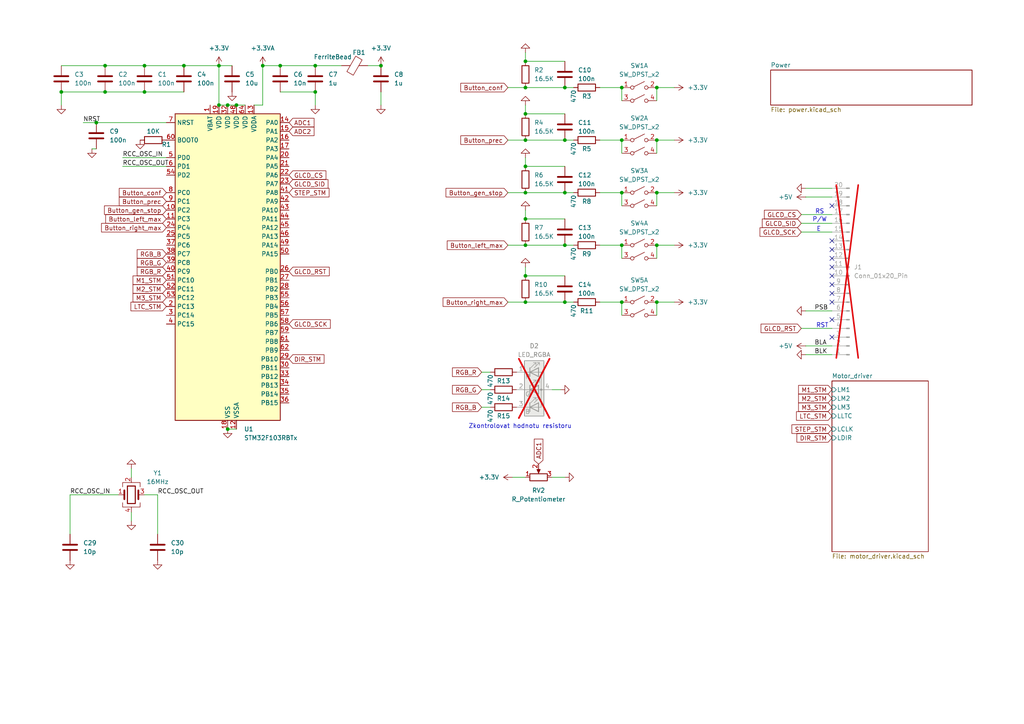
<source format=kicad_sch>
(kicad_sch (version 20231120) (generator "eeschema") (generator_version "8.0")
  (paper "A4")
  (lib_symbols
    (symbol "+3.3V_1" (power) (pin_numbers hide) (pin_names (offset 0) hide)
      (property "Value" "+3.3V" (at 0 3.556 0))
      (symbol "+3.3V_1_0_1"
        (polyline (pts (xy -0.762 1.27) (xy 0 2.54)))
        (polyline (pts (xy 0 0) (xy 0 2.54)))
        (polyline (pts (xy 0 2.54) (xy 0.762 1.27)))
      )
      (symbol "+3.3V_1_1_1"
        (pin power_in line (at 0 0 90) (length 0) (name "~") (number "1"))
      )
    )
    (symbol "+5V_1" (power) (pin_numbers hide) (pin_names (offset 0) hide)
      (property "Value" "+5V" (at 0 3.556 0))
      (symbol "+5V_1_0_1"
        (polyline (pts (xy -0.762 1.27) (xy 0 2.54)))
        (polyline (pts (xy 0 0) (xy 0 2.54)))
        (polyline (pts (xy 0 2.54) (xy 0.762 1.27)))
      )
      (symbol "+5V_1_1_1"
        (pin power_in line (at 0 0 90) (length 0) (name "~") (number "1"))
      )
    )
    (symbol "Connector:Conn_01x20_Pin" (pin_names (offset 1.016) hide)
      (property "Reference" "J" (at 0 25.4 0))
      (property "Value" "Conn_01x20_Pin" (at 0 -27.94 0))
      (symbol "Conn_01x20_Pin_1_1"
        (polyline (pts (xy 1.27 -25.4) (xy 0.8636 -25.4)) (stroke (width 0.1524)))
        (polyline (pts (xy 1.27 -22.86) (xy 0.8636 -22.86)) (stroke (width 0.1524)))
        (polyline (pts (xy 1.27 -20.32) (xy 0.8636 -20.32)) (stroke (width 0.1524)))
        (polyline (pts (xy 1.27 -17.78) (xy 0.8636 -17.78)) (stroke (width 0.1524)))
        (polyline (pts (xy 1.27 -15.24) (xy 0.8636 -15.24)) (stroke (width 0.1524)))
        (polyline (pts (xy 1.27 -12.7) (xy 0.8636 -12.7)) (stroke (width 0.1524)))
        (polyline (pts (xy 1.27 -10.16) (xy 0.8636 -10.16)) (stroke (width 0.1524)))
        (polyline (pts (xy 1.27 -7.62) (xy 0.8636 -7.62)) (stroke (width 0.1524)))
        (polyline (pts (xy 1.27 -5.08) (xy 0.8636 -5.08)) (stroke (width 0.1524)))
        (polyline (pts (xy 1.27 -2.54) (xy 0.8636 -2.54)) (stroke (width 0.1524)))
        (polyline (pts (xy 1.27 0) (xy 0.8636 0)) (stroke (width 0.1524)))
        (polyline (pts (xy 1.27 2.54) (xy 0.8636 2.54)) (stroke (width 0.1524)))
        (polyline (pts (xy 1.27 5.08) (xy 0.8636 5.08)) (stroke (width 0.1524)))
        (polyline (pts (xy 1.27 7.62) (xy 0.8636 7.62)) (stroke (width 0.1524)))
        (polyline (pts (xy 1.27 10.16) (xy 0.8636 10.16)) (stroke (width 0.1524)))
        (polyline (pts (xy 1.27 12.7) (xy 0.8636 12.7)) (stroke (width 0.1524)))
        (polyline (pts (xy 1.27 15.24) (xy 0.8636 15.24)) (stroke (width 0.1524)))
        (polyline (pts (xy 1.27 17.78) (xy 0.8636 17.78)) (stroke (width 0.1524)))
        (polyline (pts (xy 1.27 20.32) (xy 0.8636 20.32)) (stroke (width 0.1524)))
        (polyline (pts (xy 1.27 22.86) (xy 0.8636 22.86)) (stroke (width 0.1524)))
        (rectangle (start 0.8636 -25.273) (end 0 -25.527) (stroke (width 0.1524)) (fill (type outline)))
        (rectangle (start 0.8636 -22.733) (end 0 -22.987) (stroke (width 0.1524)) (fill (type outline)))
        (rectangle (start 0.8636 -20.193) (end 0 -20.447) (stroke (width 0.1524)) (fill (type outline)))
        (rectangle (start 0.8636 -17.653) (end 0 -17.907) (stroke (width 0.1524)) (fill (type outline)))
        (rectangle (start 0.8636 -15.113) (end 0 -15.367) (stroke (width 0.1524)) (fill (type outline)))
        (rectangle (start 0.8636 -12.573) (end 0 -12.827) (stroke (width 0.1524)) (fill (type outline)))
        (rectangle (start 0.8636 -10.033) (end 0 -10.287) (stroke (width 0.1524)) (fill (type outline)))
        (rectangle (start 0.8636 -7.493) (end 0 -7.747) (stroke (width 0.1524)) (fill (type outline)))
        (rectangle (start 0.8636 -4.953) (end 0 -5.207) (stroke (width 0.1524)) (fill (type outline)))
        (rectangle (start 0.8636 -2.413) (end 0 -2.667) (stroke (width 0.1524)) (fill (type outline)))
        (rectangle (start 0.8636 0.127) (end 0 -0.127) (stroke (width 0.1524)) (fill (type outline)))
        (rectangle (start 0.8636 2.667) (end 0 2.413) (stroke (width 0.1524)) (fill (type outline)))
        (rectangle (start 0.8636 5.207) (end 0 4.953) (stroke (width 0.1524)) (fill (type outline)))
        (rectangle (start 0.8636 7.747) (end 0 7.493) (stroke (width 0.1524)) (fill (type outline)))
        (rectangle (start 0.8636 10.287) (end 0 10.033) (stroke (width 0.1524)) (fill (type outline)))
        (rectangle (start 0.8636 12.827) (end 0 12.573) (stroke (width 0.1524)) (fill (type outline)))
        (rectangle (start 0.8636 15.367) (end 0 15.113) (stroke (width 0.1524)) (fill (type outline)))
        (rectangle (start 0.8636 17.907) (end 0 17.653) (stroke (width 0.1524)) (fill (type outline)))
        (rectangle (start 0.8636 20.447) (end 0 20.193) (stroke (width 0.1524)) (fill (type outline)))
        (rectangle (start 0.8636 22.987) (end 0 22.733) (stroke (width 0.1524)) (fill (type outline)))
        (pin passive line (at 5.08 22.86 180) (length 3.81) (name "Pin_1") (number "1"))
        (pin passive line (at 5.08 0 180) (length 3.81) (name "Pin_10") (number "10"))
        (pin passive line (at 5.08 -2.54 180) (length 3.81) (name "Pin_11") (number "11"))
        (pin passive line (at 5.08 -5.08 180) (length 3.81) (name "Pin_12") (number "12"))
        (pin passive line (at 5.08 -7.62 180) (length 3.81) (name "Pin_13") (number "13"))
        (pin passive line (at 5.08 -10.16 180) (length 3.81) (name "Pin_14") (number "14"))
        (pin passive line (at 5.08 -12.7 180) (length 3.81) (name "Pin_15") (number "15"))
        (pin passive line (at 5.08 -15.24 180) (length 3.81) (name "Pin_16") (number "16"))
        (pin passive line (at 5.08 -17.78 180) (length 3.81) (name "Pin_17") (number "17"))
        (pin passive line (at 5.08 -20.32 180) (length 3.81) (name "Pin_18") (number "18"))
        (pin passive line (at 5.08 -22.86 180) (length 3.81) (name "Pin_19") (number "19"))
        (pin passive line (at 5.08 20.32 180) (length 3.81) (name "Pin_2") (number "2"))
        (pin passive line (at 5.08 -25.4 180) (length 3.81) (name "Pin_20") (number "20"))
        (pin passive line (at 5.08 17.78 180) (length 3.81) (name "Pin_3") (number "3"))
        (pin passive line (at 5.08 15.24 180) (length 3.81) (name "Pin_4") (number "4"))
        (pin passive line (at 5.08 12.7 180) (length 3.81) (name "Pin_5") (number "5"))
        (pin passive line (at 5.08 10.16 180) (length 3.81) (name "Pin_6") (number "6"))
        (pin passive line (at 5.08 7.62 180) (length 3.81) (name "Pin_7") (number "7"))
        (pin passive line (at 5.08 5.08 180) (length 3.81) (name "Pin_8") (number "8"))
        (pin passive line (at 5.08 2.54 180) (length 3.81) (name "Pin_9") (number "9"))
      )
    )
    (symbol "Device:C" (pin_numbers hide) (pin_names (offset 0.254))
      (property "Reference" "C" (at 0.635 2.54 0))
      (property "Value" "C" (at 0.635 -2.54 0))
      (symbol "C_0_1"
        (polyline (pts (xy -2.032 -0.762) (xy 2.032 -0.762)) (stroke (width 0.508)))
        (polyline (pts (xy -2.032 0.762) (xy 2.032 0.762)) (stroke (width 0.508)))
      )
      (symbol "C_1_1"
        (pin passive line (at 0 3.81 270) (length 2.794) (name "~") (number "1"))
        (pin passive line (at 0 -3.81 90) (length 2.794) (name "~") (number "2"))
      )
    )
    (symbol "Device:Crystal_GND24" (pin_names (offset 1.016) hide)
      (property "Reference" "Y" (at 3.175 5.08 0))
      (property "Value" "Crystal_GND24" (at 3.175 3.175 0))
      (symbol "Crystal_GND24_0_1"
        (rectangle (start -1.143 2.54) (end 1.143 -2.54) (stroke (width 0.3048)))
        (polyline (pts (xy -2.54 0) (xy -2.032 0)))
        (polyline (pts (xy -2.032 -1.27) (xy -2.032 1.27)) (stroke (width 0.508)))
        (polyline (pts (xy 0 -3.81) (xy 0 -3.556)))
        (polyline (pts (xy 0 3.556) (xy 0 3.81)))
        (polyline (pts (xy 2.032 -1.27) (xy 2.032 1.27)) (stroke (width 0.508)))
        (polyline (pts (xy 2.032 0) (xy 2.54 0)))
        (polyline (pts (xy -2.54 -2.286) (xy -2.54 -3.556) (xy 2.54 -3.556) (xy 2.54 -2.286)))
        (polyline (pts (xy -2.54 2.286) (xy -2.54 3.556) (xy 2.54 3.556) (xy 2.54 2.286)))
      )
      (symbol "Crystal_GND24_1_1"
        (pin passive line (at -3.81 0 0) (length 1.27) (name "1") (number "1"))
        (pin passive line (at 0 5.08 270) (length 1.27) (name "2") (number "2"))
        (pin passive line (at 3.81 0 180) (length 1.27) (name "3") (number "3"))
        (pin passive line (at 0 -5.08 90) (length 1.27) (name "4") (number "4"))
      )
    )
    (symbol "Device:FerriteBead" (pin_numbers hide) (pin_names (offset 0))
      (property "Reference" "FB" (at -3.81 0.635 90))
      (property "Value" "FerriteBead" (at 3.81 0 90))
      (symbol "FerriteBead_0_1"
        (polyline (pts (xy 0 -1.27) (xy 0 -1.2192)))
        (polyline (pts (xy 0 1.27) (xy 0 1.2954)))
        (polyline (pts (xy -2.7686 0.4064) (xy -1.7018 2.2606) (xy 2.7686 -0.3048) (xy 1.6764 -2.159) (xy -2.7686 0.4064)))
      )
      (symbol "FerriteBead_1_1"
        (pin passive line (at 0 3.81 270) (length 2.54) (name "~") (number "1"))
        (pin passive line (at 0 -3.81 90) (length 2.54) (name "~") (number "2"))
      )
    )
    (symbol "Device:LED_RGBA" (pin_names (offset 0) hide)
      (property "Reference" "D" (at 0 9.398 0))
      (property "Value" "LED_RGBA" (at 0 -8.89 0))
      (symbol "LED_RGBA_0_0"
        (text "B" (at -1.905 -6.35 0) (effects (font (size 1.27 1.27))))
        (text "G" (at -1.905 -1.27 0) (effects (font (size 1.27 1.27))))
        (text "R" (at -1.905 3.81 0) (effects (font (size 1.27 1.27))))
      )
      (symbol "LED_RGBA_0_1"
        (polyline (pts (xy -1.27 -5.08) (xy -2.54 -5.08)))
        (polyline (pts (xy -1.27 -5.08) (xy 1.27 -5.08)))
        (polyline (pts (xy -1.27 -3.81) (xy -1.27 -6.35)) (stroke (width 0.254)))
        (polyline (pts (xy -1.27 0) (xy -2.54 0)))
        (polyline (pts (xy -1.27 1.27) (xy -1.27 -1.27)) (stroke (width 0.254)))
        (polyline (pts (xy -1.27 5.08) (xy -2.54 5.08)))
        (polyline (pts (xy -1.27 5.08) (xy 1.27 5.08)))
        (polyline (pts (xy -1.27 6.35) (xy -1.27 3.81)) (stroke (width 0.254)))
        (polyline (pts (xy 1.27 0) (xy -1.27 0)))
        (polyline (pts (xy 1.27 0) (xy 2.54 0)))
        (polyline (pts (xy -1.27 1.27) (xy -1.27 -1.27) (xy -1.27 -1.27)))
        (polyline (pts (xy -1.27 6.35) (xy -1.27 3.81) (xy -1.27 3.81)))
        (polyline (pts (xy 1.27 -5.08) (xy 2.032 -5.08) (xy 2.032 5.08) (xy 1.27 5.08)))
        (polyline (pts (xy 1.27 -3.81) (xy 1.27 -6.35) (xy -1.27 -5.08) (xy 1.27 -3.81)) (stroke (width 0.254)))
        (polyline (pts (xy 1.27 1.27) (xy 1.27 -1.27) (xy -1.27 0) (xy 1.27 1.27)) (stroke (width 0.254)))
        (polyline (pts (xy 1.27 6.35) (xy 1.27 3.81) (xy -1.27 5.08) (xy 1.27 6.35)) (stroke (width 0.254)))
        (polyline (pts (xy -1.016 -3.81) (xy 0.508 -2.286) (xy -0.254 -2.286) (xy 0.508 -2.286) (xy 0.508 -3.048)))
        (polyline (pts (xy -1.016 1.27) (xy 0.508 2.794) (xy -0.254 2.794) (xy 0.508 2.794) (xy 0.508 2.032)))
        (polyline (pts (xy -1.016 6.35) (xy 0.508 7.874) (xy -0.254 7.874) (xy 0.508 7.874) (xy 0.508 7.112)))
        (polyline (pts (xy 0 -3.81) (xy 1.524 -2.286) (xy 0.762 -2.286) (xy 1.524 -2.286) (xy 1.524 -3.048)))
        (polyline (pts (xy 0 1.27) (xy 1.524 2.794) (xy 0.762 2.794) (xy 1.524 2.794) (xy 1.524 2.032)))
        (polyline (pts (xy 0 6.35) (xy 1.524 7.874) (xy 0.762 7.874) (xy 1.524 7.874) (xy 1.524 7.112)))
        (rectangle (start 1.27 -1.27) (end 1.27 1.27))
        (rectangle (start 1.27 1.27) (end 1.27 1.27))
        (rectangle (start 1.27 3.81) (end 1.27 6.35))
        (rectangle (start 1.27 6.35) (end 1.27 6.35))
        (circle (center 2.032 0) (radius 0.254) (fill (type outline)))
        (rectangle (start 2.794 8.382) (end -2.794 -7.62) (stroke (width 0.254)) (fill (type background)))
      )
      (symbol "LED_RGBA_1_1"
        (pin passive line (at -5.08 5.08 0) (length 2.54) (name "RK") (number "1"))
        (pin passive line (at -5.08 0 0) (length 2.54) (name "GK") (number "2"))
        (pin passive line (at -5.08 -5.08 0) (length 2.54) (name "BK") (number "3"))
        (pin passive line (at 5.08 0 180) (length 2.54) (name "A") (number "4"))
      )
    )
    (symbol "Device:R" (pin_numbers hide) (pin_names (offset 0))
      (property "Reference" "R" (at 2.032 0 90))
      (property "Value" "R" (at 0 0 90))
      (symbol "R_0_1"
        (rectangle (start -1.016 -2.54) (end 1.016 2.54) (stroke (width 0.254)))
      )
      (symbol "R_1_1"
        (pin passive line (at 0 3.81 270) (length 1.27) (name "~") (number "1"))
        (pin passive line (at 0 -3.81 90) (length 1.27) (name "~") (number "2"))
      )
    )
    (symbol "Device:R_Potentiometer" (pin_names (offset 1.016) hide)
      (property "Reference" "RV" (at -4.445 0 90))
      (property "Value" "R_Potentiometer" (at -2.54 0 90))
      (symbol "R_Potentiometer_0_1"
        (polyline (pts (xy 2.54 0) (xy 1.524 0)))
        (polyline (pts (xy 1.143 0) (xy 2.286 0.508) (xy 2.286 -0.508) (xy 1.143 0)) (fill (type outline)))
        (rectangle (start 1.016 2.54) (end -1.016 -2.54) (stroke (width 0.254)))
      )
      (symbol "R_Potentiometer_1_1"
        (pin passive line (at 0 3.81 270) (length 1.27) (name "1") (number "1"))
        (pin passive line (at 3.81 0 180) (length 1.27) (name "2") (number "2"))
        (pin passive line (at 0 -3.81 90) (length 1.27) (name "3") (number "3"))
      )
    )
    (symbol "MCU_ST_STM32F1:STM32F103RBTx"
      (property "Reference" "U" (at -15.24 46.99 0))
      (property "Value" "STM32F103RBTx" (at 10.16 46.99 0))
      (symbol "STM32F103RBTx_0_1"
        (rectangle (start -15.24 -43.18) (end 15.24 45.72) (stroke (width 0.254)) (fill (type background)))
      )
      (symbol "STM32F103RBTx_1_1"
        (pin power_in line (at -5.08 48.26 270) (length 2.54) (name "VBAT") (number "1"))
        (pin bidirectional line (at -17.78 17.78 0) (length 2.54) (name "PC2") (number "10"))
        (pin bidirectional line (at -17.78 15.24 0) (length 2.54) (name "PC3") (number "11"))
        (pin power_in line (at 2.54 -45.72 90) (length 2.54) (name "VSSA") (number "12"))
        (pin power_in line (at 7.62 48.26 270) (length 2.54) (name "VDDA") (number "13"))
        (pin bidirectional line (at 17.78 43.18 180) (length 2.54) (name "PA0") (number "14"))
        (pin bidirectional line (at 17.78 40.64 180) (length 2.54) (name "PA1") (number "15"))
        (pin bidirectional line (at 17.78 38.1 180) (length 2.54) (name "PA2") (number "16"))
        (pin bidirectional line (at 17.78 35.56 180) (length 2.54) (name "PA3") (number "17"))
        (pin power_in line (at 0 -45.72 90) (length 2.54) (name "VSS") (number "18"))
        (pin power_in line (at -2.54 48.26 270) (length 2.54) (name "VDD") (number "19"))
        (pin bidirectional line (at -17.78 -10.16 0) (length 2.54) (name "PC13") (number "2"))
        (pin bidirectional line (at 17.78 33.02 180) (length 2.54) (name "PA4") (number "20"))
        (pin bidirectional line (at 17.78 30.48 180) (length 2.54) (name "PA5") (number "21"))
        (pin bidirectional line (at 17.78 27.94 180) (length 2.54) (name "PA6") (number "22"))
        (pin bidirectional line (at 17.78 25.4 180) (length 2.54) (name "PA7") (number "23"))
        (pin bidirectional line (at -17.78 12.7 0) (length 2.54) (name "PC4") (number "24"))
        (pin bidirectional line (at -17.78 10.16 0) (length 2.54) (name "PC5") (number "25"))
        (pin bidirectional line (at 17.78 0 180) (length 2.54) (name "PB0") (number "26"))
        (pin bidirectional line (at 17.78 -2.54 180) (length 2.54) (name "PB1") (number "27"))
        (pin bidirectional line (at 17.78 -5.08 180) (length 2.54) (name "PB2") (number "28"))
        (pin bidirectional line (at 17.78 -25.4 180) (length 2.54) (name "PB10") (number "29"))
        (pin bidirectional line (at -17.78 -12.7 0) (length 2.54) (name "PC14") (number "3"))
        (pin bidirectional line (at 17.78 -27.94 180) (length 2.54) (name "PB11") (number "30"))
        (pin passive line (at 0 -45.72 90) (length 2.54) hide (name "VSS") (number "31"))
        (pin power_in line (at 0 48.26 270) (length 2.54) (name "VDD") (number "32"))
        (pin bidirectional line (at 17.78 -30.48 180) (length 2.54) (name "PB12") (number "33"))
        (pin bidirectional line (at 17.78 -33.02 180) (length 2.54) (name "PB13") (number "34"))
        (pin bidirectional line (at 17.78 -35.56 180) (length 2.54) (name "PB14") (number "35"))
        (pin bidirectional line (at 17.78 -38.1 180) (length 2.54) (name "PB15") (number "36"))
        (pin bidirectional line (at -17.78 7.62 0) (length 2.54) (name "PC6") (number "37"))
        (pin bidirectional line (at -17.78 5.08 0) (length 2.54) (name "PC7") (number "38"))
        (pin bidirectional line (at -17.78 2.54 0) (length 2.54) (name "PC8") (number "39"))
        (pin bidirectional line (at -17.78 -15.24 0) (length 2.54) (name "PC15") (number "4"))
        (pin bidirectional line (at -17.78 0 0) (length 2.54) (name "PC9") (number "40"))
        (pin bidirectional line (at 17.78 22.86 180) (length 2.54) (name "PA8") (number "41"))
        (pin bidirectional line (at 17.78 20.32 180) (length 2.54) (name "PA9") (number "42"))
        (pin bidirectional line (at 17.78 17.78 180) (length 2.54) (name "PA10") (number "43"))
        (pin bidirectional line (at 17.78 15.24 180) (length 2.54) (name "PA11") (number "44"))
        (pin bidirectional line (at 17.78 12.7 180) (length 2.54) (name "PA12") (number "45"))
        (pin bidirectional line (at 17.78 10.16 180) (length 2.54) (name "PA13") (number "46"))
        (pin passive line (at 0 -45.72 90) (length 2.54) hide (name "VSS") (number "47"))
        (pin power_in line (at 2.54 48.26 270) (length 2.54) (name "VDD") (number "48"))
        (pin bidirectional line (at 17.78 7.62 180) (length 2.54) (name "PA14") (number "49"))
        (pin bidirectional line (at -17.78 33.02 0) (length 2.54) (name "PD0") (number "5"))
        (pin bidirectional line (at 17.78 5.08 180) (length 2.54) (name "PA15") (number "50"))
        (pin bidirectional line (at -17.78 -2.54 0) (length 2.54) (name "PC10") (number "51"))
        (pin bidirectional line (at -17.78 -5.08 0) (length 2.54) (name "PC11") (number "52"))
        (pin bidirectional line (at -17.78 -7.62 0) (length 2.54) (name "PC12") (number "53"))
        (pin bidirectional line (at -17.78 27.94 0) (length 2.54) (name "PD2") (number "54"))
        (pin bidirectional line (at 17.78 -7.62 180) (length 2.54) (name "PB3") (number "55"))
        (pin bidirectional line (at 17.78 -10.16 180) (length 2.54) (name "PB4") (number "56"))
        (pin bidirectional line (at 17.78 -12.7 180) (length 2.54) (name "PB5") (number "57"))
        (pin bidirectional line (at 17.78 -15.24 180) (length 2.54) (name "PB6") (number "58"))
        (pin bidirectional line (at 17.78 -17.78 180) (length 2.54) (name "PB7") (number "59"))
        (pin bidirectional line (at -17.78 30.48 0) (length 2.54) (name "PD1") (number "6"))
        (pin input line (at -17.78 38.1 0) (length 2.54) (name "BOOT0") (number "60"))
        (pin bidirectional line (at 17.78 -20.32 180) (length 2.54) (name "PB8") (number "61"))
        (pin bidirectional line (at 17.78 -22.86 180) (length 2.54) (name "PB9") (number "62"))
        (pin passive line (at 0 -45.72 90) (length 2.54) hide (name "VSS") (number "63"))
        (pin power_in line (at 5.08 48.26 270) (length 2.54) (name "VDD") (number "64"))
        (pin input line (at -17.78 43.18 0) (length 2.54) (name "NRST") (number "7"))
        (pin bidirectional line (at -17.78 22.86 0) (length 2.54) (name "PC0") (number "8"))
        (pin bidirectional line (at -17.78 20.32 0) (length 2.54) (name "PC1") (number "9"))
      )
    )
    (symbol "Switch:SW_DPST_x2" (pin_names (offset 0) hide)
      (property "Reference" "SW" (at 0 3.175 0))
      (property "Value" "SW_DPST_x2" (at 0 -2.54 0))
      (symbol "SW_DPST_x2_0_0"
        (circle (center -2.032 0) (radius 0.508))
        (polyline (pts (xy -1.524 0.254) (xy 1.524 1.778)))
        (circle (center 2.032 0) (radius 0.508))
      )
      (symbol "SW_DPST_x2_1_1"
        (pin passive line (at -5.08 0 0) (length 2.54) (name "A") (number "1"))
        (pin passive line (at 5.08 0 180) (length 2.54) (name "B") (number "2"))
      )
      (symbol "SW_DPST_x2_2_1"
        (pin passive line (at -5.08 0 0) (length 2.54) (name "A") (number "3"))
        (pin passive line (at 5.08 0 180) (length 2.54) (name "B") (number "4"))
      )
    )
    (symbol "power:+3.3V" (power) (pin_names (offset 0))
      (property "Value" "+3.3V" (at 0 3.556 0))
      (symbol "+3.3V_0_1"
        (polyline (pts (xy -0.762 1.27) (xy 0 2.54)))
        (polyline (pts (xy 0 0) (xy 0 2.54)))
        (polyline (pts (xy 0 2.54) (xy 0.762 1.27)))
      )
      (symbol "+3.3V_1_1"
        (pin power_in line (at 0 0 90) (length 0) hide (name "+3.3V") (number "1"))
      )
    )
    (symbol "power:+3.3VA" (power) (pin_names (offset 0))
      (property "Value" "+3.3VA" (at 0 3.556 0))
      (symbol "+3.3VA_0_1"
        (polyline (pts (xy -0.762 1.27) (xy 0 2.54)))
        (polyline (pts (xy 0 0) (xy 0 2.54)))
        (polyline (pts (xy 0 2.54) (xy 0.762 1.27)))
      )
      (symbol "+3.3VA_1_1"
        (pin power_in line (at 0 0 90) (length 0) hide (name "+3.3VA") (number "1"))
      )
    )
    (symbol "power:GND" (power) (pin_names (offset 0))
      (property "Value" "GND" (at 0 -3.81 0))
      (symbol "GND_0_1"
        (polyline (pts (xy 0 0) (xy 0 -1.27) (xy 1.27 -1.27) (xy 0 -2.54) (xy -1.27 -1.27) (xy 0 -1.27)))
      )
      (symbol "GND_1_1"
        (pin power_in line (at 0 0 270) (length 0) hide (name "GND") (number "1"))
      )
    )
  )
  (junction (at 190.5 40.64))
  (junction (at 163.83 71.12))
  (junction (at 152.4 80.01))
  (junction (at 190.5 87.63))
  (junction (at 152.4 33.02))
  (junction (at 17.78 26.67))
  (junction (at 152.4 40.64))
  (junction (at 163.83 40.64))
  (junction (at 63.5 30.48))
  (junction (at 190.5 25.4))
  (junction (at 180.34 87.63))
  (junction (at 180.34 40.64))
  (junction (at 152.4 17.78))
  (junction (at 91.44 19.05))
  (junction (at 27.94 35.56))
  (junction (at 152.4 55.88))
  (junction (at 66.04 30.48))
  (junction (at 152.4 71.12))
  (junction (at 180.34 55.88))
  (junction (at 163.83 25.4))
  (junction (at 66.04 124.46))
  (junction (at 41.91 26.67))
  (junction (at 30.48 19.05))
  (junction (at 163.83 87.63))
  (junction (at 180.34 71.12))
  (junction (at 91.44 26.67))
  (junction (at 110.49 19.05))
  (junction (at 190.5 55.88))
  (junction (at 63.5 19.05))
  (junction (at 152.4 63.5))
  (junction (at 190.5 71.12))
  (junction (at 68.58 30.48))
  (junction (at 76.2 19.05))
  (junction (at 152.4 25.4))
  (junction (at 180.34 25.4))
  (junction (at 30.48 26.67))
  (junction (at 152.4 48.26))
  (junction (at 41.91 19.05))
  (junction (at 163.83 55.88))
  (junction (at 81.28 19.05))
  (junction (at 53.34 19.05))
  (junction (at 152.4 87.63))
  (no_connect (at 241.3 87.63))
  (no_connect (at 241.3 72.39))
  (no_connect (at 241.3 69.85))
  (no_connect (at 241.3 74.93))
  (no_connect (at 241.3 80.01))
  (no_connect (at 241.3 82.55))
  (no_connect (at 241.3 92.71))
  (no_connect (at 241.3 97.79))
  (no_connect (at 241.3 59.69))
  (no_connect (at 241.3 77.47))
  (no_connect (at 241.3 85.09))
  (wire (pts (xy 190.5 25.4) (xy 195.58 25.4)))
  (wire (pts (xy 152.4 45.72) (xy 152.4 48.26)))
  (wire (pts (xy 233.68 54.61) (xy 241.3 54.61)))
  (wire (pts (xy 180.34 25.4) (xy 180.34 29.21)))
  (wire (pts (xy 180.34 71.12) (xy 180.34 74.93)))
  (wire (pts (xy 147.32 87.63) (xy 152.4 87.63)))
  (wire (pts (xy 232.41 64.77) (xy 241.3 64.77)))
  (wire (pts (xy 152.4 80.01) (xy 163.83 80.01)))
  (wire (pts (xy 152.4 48.26) (xy 163.83 48.26)))
  (wire (pts (xy 66.04 124.46) (xy 68.58 124.46)))
  (wire (pts (xy 81.28 19.05) (xy 91.44 19.05)))
  (wire (pts (xy 147.32 71.12) (xy 152.4 71.12)))
  (wire (pts (xy 180.34 40.64) (xy 180.34 44.45)))
  (wire (pts (xy 76.2 19.05) (xy 81.28 19.05)))
  (wire (pts (xy 148.59 138.43) (xy 152.4 138.43)))
  (wire (pts (xy 232.41 95.25) (xy 241.3 95.25)))
  (wire (pts (xy 30.48 19.05) (xy 41.91 19.05)))
  (wire (pts (xy 152.4 25.4) (xy 163.83 25.4)))
  (wire (pts (xy 160.02 138.43) (xy 163.83 138.43)))
  (wire (pts (xy 173.99 87.63) (xy 180.34 87.63)))
  (wire (pts (xy 41.91 19.05) (xy 53.34 19.05)))
  (wire (pts (xy 152.4 71.12) (xy 163.83 71.12)))
  (wire (pts (xy 190.5 87.63) (xy 190.5 91.44)))
  (wire (pts (xy 26.67 43.18) (xy 27.94 43.18)))
  (wire (pts (xy 38.1 148.59) (xy 38.1 151.13)))
  (wire (pts (xy 190.5 55.88) (xy 190.5 59.69)))
  (wire (pts (xy 63.5 30.48) (xy 66.04 30.48)))
  (wire (pts (xy 110.49 26.67) (xy 110.49 30.48)))
  (wire (pts (xy 20.32 143.51) (xy 20.32 154.94)))
  (wire (pts (xy 233.68 102.87) (xy 241.3 102.87)))
  (wire (pts (xy 173.99 71.12) (xy 180.34 71.12)))
  (wire (pts (xy 66.04 30.48) (xy 68.58 30.48)))
  (wire (pts (xy 152.4 77.47) (xy 152.4 80.01)))
  (wire (pts (xy 163.83 87.63) (xy 166.37 87.63)))
  (wire (pts (xy 152.4 33.02) (xy 163.83 33.02)))
  (wire (pts (xy 139.7 118.11) (xy 142.24 118.11)))
  (wire (pts (xy 17.78 26.67) (xy 17.78 30.48)))
  (wire (pts (xy 233.68 90.17) (xy 241.3 90.17)))
  (wire (pts (xy 106.68 19.05) (xy 110.49 19.05)))
  (wire (pts (xy 173.99 40.64) (xy 180.34 40.64)))
  (wire (pts (xy 91.44 19.05) (xy 99.06 19.05)))
  (wire (pts (xy 152.4 15.24) (xy 152.4 17.78)))
  (wire (pts (xy 147.32 40.64) (xy 152.4 40.64)))
  (wire (pts (xy 139.7 107.95) (xy 142.24 107.95)))
  (wire (pts (xy 163.83 71.12) (xy 166.37 71.12)))
  (wire (pts (xy 41.91 26.67) (xy 53.34 26.67)))
  (wire (pts (xy 190.5 55.88) (xy 195.58 55.88)))
  (wire (pts (xy 63.5 19.05) (xy 67.31 19.05)))
  (wire (pts (xy 190.5 71.12) (xy 190.5 74.93)))
  (wire (pts (xy 35.56 45.72) (xy 48.26 45.72)))
  (wire (pts (xy 180.34 55.88) (xy 180.34 59.69)))
  (wire (pts (xy 232.41 62.23) (xy 241.3 62.23)))
  (wire (pts (xy 190.5 87.63) (xy 195.58 87.63)))
  (wire (pts (xy 152.4 63.5) (xy 163.83 63.5)))
  (wire (pts (xy 27.94 35.56) (xy 48.26 35.56)))
  (wire (pts (xy 91.44 26.67) (xy 91.44 30.48)))
  (wire (pts (xy 152.4 30.48) (xy 152.4 33.02)))
  (wire (pts (xy 163.83 55.88) (xy 166.37 55.88)))
  (wire (pts (xy 190.5 40.64) (xy 190.5 44.45)))
  (wire (pts (xy 63.5 19.05) (xy 63.5 30.48)))
  (wire (pts (xy 152.4 60.96) (xy 152.4 63.5)))
  (wire (pts (xy 147.32 25.4) (xy 152.4 25.4)))
  (wire (pts (xy 160.02 113.03) (xy 162.56 113.03)))
  (wire (pts (xy 81.28 26.67) (xy 91.44 26.67)))
  (wire (pts (xy 233.68 100.33) (xy 241.3 100.33)))
  (wire (pts (xy 233.68 57.15) (xy 241.3 57.15)))
  (wire (pts (xy 147.32 55.88) (xy 152.4 55.88)))
  (wire (pts (xy 17.78 26.67) (xy 30.48 26.67)))
  (wire (pts (xy 24.13 35.56) (xy 27.94 35.56)))
  (wire (pts (xy 38.1 135.89) (xy 38.1 138.43)))
  (wire (pts (xy 152.4 40.64) (xy 163.83 40.64)))
  (wire (pts (xy 45.72 143.51) (xy 45.72 154.94)))
  (wire (pts (xy 163.83 40.64) (xy 166.37 40.64)))
  (wire (pts (xy 152.4 17.78) (xy 163.83 17.78)))
  (wire (pts (xy 190.5 71.12) (xy 195.58 71.12)))
  (wire (pts (xy 41.91 143.51) (xy 45.72 143.51)))
  (wire (pts (xy 190.5 40.64) (xy 195.58 40.64)))
  (wire (pts (xy 180.34 87.63) (xy 180.34 91.44)))
  (wire (pts (xy 35.56 48.26) (xy 48.26 48.26)))
  (wire (pts (xy 190.5 25.4) (xy 190.5 29.21)))
  (wire (pts (xy 163.83 25.4) (xy 166.37 25.4)))
  (wire (pts (xy 173.99 25.4) (xy 180.34 25.4)))
  (wire (pts (xy 68.58 30.48) (xy 71.12 30.48)))
  (wire (pts (xy 17.78 19.05) (xy 30.48 19.05)))
  (wire (pts (xy 53.34 19.05) (xy 63.5 19.05)))
  (wire (pts (xy 139.7 113.03) (xy 142.24 113.03)))
  (wire (pts (xy 152.4 55.88) (xy 163.83 55.88)))
  (wire (pts (xy 73.66 30.48) (xy 76.2 30.48)))
  (wire (pts (xy 232.41 67.31) (xy 241.3 67.31)))
  (wire (pts (xy 76.2 30.48) (xy 76.2 19.05)))
  (wire (pts (xy 30.48 26.67) (xy 41.91 26.67)))
  (wire (pts (xy 173.99 55.88) (xy 180.34 55.88)))
  (wire (pts (xy 152.4 87.63) (xy 163.83 87.63)))
  (wire (pts (xy 20.32 143.51) (xy 34.29 143.51)))
  (text "P/W" (at 237.744 63.754 0) (effects (font (size 1.27 1.27))))
  (text "RST" (at 238.506 94.488 0) (effects (font (size 1.27 1.27))))
  (text "RS" (at 237.744 61.468 0) (effects (font (size 1.27 1.27))))
  (text "E" (at 237.49 66.548 0) (effects (font (size 1.27 1.27))))
  (text "Zkontrolovat hodnotu resistoru" (at 135.89 124.46 0) (effects (font (size 1.27 1.27)) (justify left bottom)))
  (label "RCC_OSC_IN" (at 35.56 45.72 0))
  (label "RCC_OSC_OUT" (at 35.56 48.26 0))
  (label "BLK" (at 236.22 102.87 0))
  (label "PSB" (at 236.22 90.17 0))
  (label "BLA" (at 236.22 100.33 0))
  (label "NRST" (at 24.13 35.56 0))
  (label "RCC_OSC_OUT" (at 45.72 143.51 0))
  (label "RCC_OSC_IN" (at 20.32 143.51 0))
  (global_label "DIR_STM" (shape input) (at 241.3 127 180) (property "Intersheetrefs" "${INTERSHEET_REFS}" (effects (hide yes))))
  (global_label "GLCD_CS" (shape input) (at 83.82 50.8 0) (property "Intersheetrefs" "${INTERSHEET_REFS}" (effects (hide yes))))
  (global_label "RGB_G" (shape input) (at 48.26 76.2 180) (property "Intersheetrefs" "${INTERSHEET_REFS}" (effects (hide yes))))
  (global_label "GLCD_SID" (shape input) (at 232.41 64.77 180) (property "Intersheetrefs" "${INTERSHEET_REFS}" (effects (hide yes))))
  (global_label "RGB_G" (shape input) (at 139.7 113.03 180) (property "Intersheetrefs" "${INTERSHEET_REFS}" (effects (hide yes))))
  (global_label "RGB_B" (shape input) (at 139.7 118.11 180) (property "Intersheetrefs" "${INTERSHEET_REFS}" (effects (hide yes))))
  (global_label "M2_STM" (shape input) (at 48.26 83.82 180) (property "Intersheetrefs" "${INTERSHEET_REFS}" (effects (hide yes))))
  (global_label "ADC1" (shape input) (at 156.21 134.62 90) (property "Intersheetrefs" "${INTERSHEET_REFS}" (effects (hide yes))))
  (global_label "RGB_B" (shape input) (at 48.26 73.66 180) (property "Intersheetrefs" "${INTERSHEET_REFS}" (effects (hide yes))))
  (global_label "M1_STM" (shape input) (at 48.26 81.28 180) (property "Intersheetrefs" "${INTERSHEET_REFS}" (effects (hide yes))))
  (global_label "M3_STM" (shape input) (at 48.26 86.36 180) (property "Intersheetrefs" "${INTERSHEET_REFS}" (effects (hide yes))))
  (global_label "Button_left_max" (shape input) (at 48.26 63.5 180) (property "Intersheetrefs" "${INTERSHEET_REFS}" (effects (hide yes))))
  (global_label "Button_prec" (shape input) (at 147.32 40.64 180) (property "Intersheetrefs" "${INTERSHEET_REFS}" (effects (hide yes))))
  (global_label "GLCD_SID" (shape input) (at 83.82 53.34 0) (property "Intersheetrefs" "${INTERSHEET_REFS}" (effects (hide yes))))
  (global_label "M2_STM" (shape input) (at 241.3 115.57 180) (property "Intersheetrefs" "${INTERSHEET_REFS}" (effects (hide yes))))
  (global_label "Button_gen_stop" (shape input) (at 147.32 55.88 180) (property "Intersheetrefs" "${INTERSHEET_REFS}" (effects (hide yes))))
  (global_label "GLCD_RST" (shape input) (at 232.41 95.25 180) (property "Intersheetrefs" "${INTERSHEET_REFS}" (effects (hide yes))))
  (global_label "LTC_STM" (shape input) (at 241.3 120.65 180) (property "Intersheetrefs" "${INTERSHEET_REFS}" (effects (hide yes))))
  (global_label "GLCD_CS" (shape input) (at 232.41 62.23 180) (property "Intersheetrefs" "${INTERSHEET_REFS}" (effects (hide yes))))
  (global_label "STEP_STM" (shape input) (at 83.82 55.88 0) (property "Intersheetrefs" "${INTERSHEET_REFS}" (effects (hide yes))))
  (global_label "Button_right_max" (shape input) (at 147.32 87.63 180) (property "Intersheetrefs" "${INTERSHEET_REFS}" (effects (hide yes))))
  (global_label "Button_gen_stop" (shape input) (at 48.26 60.96 180) (property "Intersheetrefs" "${INTERSHEET_REFS}" (effects (hide yes))))
  (global_label "ADC2" (shape input) (at 83.82 38.1 0) (property "Intersheetrefs" "${INTERSHEET_REFS}" (effects (hide yes))))
  (global_label "DIR_STM" (shape input) (at 83.82 104.14 0) (property "Intersheetrefs" "${INTERSHEET_REFS}" (effects (hide yes))))
  (global_label "STEP_STM" (shape input) (at 241.3 124.46 180) (property "Intersheetrefs" "${INTERSHEET_REFS}" (effects (hide yes))))
  (global_label "Button_right_max" (shape input) (at 48.26 66.04 180) (property "Intersheetrefs" "${INTERSHEET_REFS}" (effects (hide yes))))
  (global_label "M1_STM" (shape input) (at 241.3 113.03 180) (property "Intersheetrefs" "${INTERSHEET_REFS}" (effects (hide yes))))
  (global_label "RGB_R" (shape input) (at 48.26 78.74 180) (property "Intersheetrefs" "${INTERSHEET_REFS}" (effects (hide yes))))
  (global_label "Button_conf" (shape input) (at 147.32 25.4 180) (property "Intersheetrefs" "${INTERSHEET_REFS}" (effects (hide yes))))
  (global_label "GLCD_SCK" (shape input) (at 83.82 93.98 0) (property "Intersheetrefs" "${INTERSHEET_REFS}" (effects (hide yes))))
  (global_label "LTC_STM" (shape input) (at 48.26 88.9 180) (property "Intersheetrefs" "${INTERSHEET_REFS}" (effects (hide yes))))
  (global_label "Button_conf" (shape input) (at 48.26 55.88 180) (property "Intersheetrefs" "${INTERSHEET_REFS}" (effects (hide yes))))
  (global_label "Button_prec" (shape input) (at 48.26 58.42 180) (property "Intersheetrefs" "${INTERSHEET_REFS}" (effects (hide yes))))
  (global_label "RGB_R" (shape input) (at 139.7 107.95 180) (property "Intersheetrefs" "${INTERSHEET_REFS}" (effects (hide yes))))
  (global_label "GLCD_SCK" (shape input) (at 232.41 67.31 180) (property "Intersheetrefs" "${INTERSHEET_REFS}" (effects (hide yes))))
  (global_label "Button_left_max" (shape input) (at 147.32 71.12 180) (property "Intersheetrefs" "${INTERSHEET_REFS}" (effects (hide yes))))
  (global_label "GLCD_RST" (shape input) (at 83.82 78.74 0) (property "Intersheetrefs" "${INTERSHEET_REFS}" (effects (hide yes))))
  (global_label "M3_STM" (shape input) (at 241.3 118.11 180) (property "Intersheetrefs" "${INTERSHEET_REFS}" (effects (hide yes))))
  (global_label "ADC1" (shape input) (at 83.82 35.56 0) (property "Intersheetrefs" "${INTERSHEET_REFS}" (effects (hide yes))))
  (symbol (lib_id "power:GND") (at 38.1 151.13 0) (unit 1)
    (property "Reference" "#PWR088" (effects (hide yes)))
    (property "Value" "GND" (effects (hide yes)))
  )
  (symbol (lib_id "power:GND") (at 152.4 60.96 180) (unit 1)
    (property "Reference" "#PWR016" (effects (hide yes)))
    (property "Value" "GND" (effects (hide yes)))
  )
  (symbol (lib_id "power:GND") (at 233.68 102.87 270) (unit 1)
    (property "Reference" "#PWR037" (effects (hide yes)))
    (property "Value" "GND" (effects (hide yes)))
  )
  (symbol (lib_id "power:GND") (at 152.4 30.48 180) (unit 1)
    (property "Reference" "#PWR013" (effects (hide yes)))
    (property "Value" "GND" (effects (hide yes)))
  )
  (symbol (lib_id "Switch:SW_DPST_x2") (at 185.42 44.45 0) (unit 2)
    (property "Reference" "SW2" (effects (hide yes)))
    (property "Value" "SW_DPST_x2" (effects (hide yes)))
    (property "Footprint" "Button_Switch_THT:SW_PUSH_6mm" (effects (hide yes)))
  )
  (symbol (lib_id "Device:C") (at 163.83 52.07 0) (unit 1)
    (property "Reference" "C12" (at 167.64 50.8 0) (effects (justify left)))
    (property "Value" "100n" (at 167.64 53.34 0) (effects (justify left)))
    (property "Footprint" "Capacitor_SMD:C_0603_1608Metric" (effects (hide yes)))
    (property "LCSC" "C14663" (effects (hide yes)))
  )
  (symbol (lib_id "Device:R") (at 146.05 118.11 270) (unit 1)
    (property "Reference" "R15" (at 146.05 120.65 90))
    (property "Value" "470" (at 142.24 120.65 0))
    (property "Footprint" "Resistor_SMD:R_0603_1608Metric" (effects (hide yes)))
    (property "LCSC" "C23179" (effects (hide yes)))
  )
  (symbol (lib_id "power:GND") (at 38.1 135.89 180) (unit 1)
    (property "Reference" "#PWR087" (effects (hide yes)))
    (property "Value" "GND" (effects (hide yes)))
  )
  (symbol (lib_id "Device:C") (at 81.28 22.86 0) (unit 1)
    (property "Reference" "C6" (at 85.09 21.59 0) (effects (justify left)))
    (property "Value" "10n" (at 85.09 24.13 0) (effects (justify left)))
    (property "Footprint" "Capacitor_SMD:C_0603_1608Metric" (effects (hide yes)))
    (property "LCSC" "C100042" (effects (hide yes)))
  )
  (symbol (lib_id "Switch:SW_DPST_x2") (at 185.42 59.69 0) (unit 2)
    (property "Reference" "SW3" (effects (hide yes)))
    (property "Value" "SW_DPST_x2" (effects (hide yes)))
    (property "Footprint" "Button_Switch_THT:SW_PUSH_6mm" (effects (hide yes)))
  )
  (symbol (lib_id "Device:R") (at 170.18 25.4 270) (unit 1)
    (property "Reference" "R3" (at 170.18 27.94 90))
    (property "Value" "470" (at 166.37 27.94 0))
    (property "Footprint" "Resistor_SMD:R_0603_1608Metric" (effects (hide yes)))
    (property "LCSC" "C23179" (effects (hide yes)))
  )
  (symbol (lib_name "+5V_1") (lib_id "power:+5V") (at 233.68 57.15 90) (unit 1)
    (property "Reference" "#PWR040" (effects (hide yes)))
    (property "Value" "+5V" (at 229.87 57.1499 90) (effects (justify left)))
    (property "Description" "Power symbol creates a global label with name \"+5V\"" (effects (hide yes)))
  )
  (symbol (lib_id "power:GND") (at 233.68 90.17 270) (unit 1)
    (property "Reference" "#PWR041" (effects (hide yes)))
    (property "Value" "GND" (effects (hide yes)))
  )
  (symbol (lib_id "power:GND") (at 26.67 43.18 0) (unit 1)
    (property "Reference" "#PWR09" (effects (hide yes)))
    (property "Value" "GND" (effects (hide yes)))
  )
  (symbol (lib_id "Device:R") (at 152.4 67.31 0) (unit 1)
    (property "Reference" "R7" (at 154.94 66.04 0) (effects (justify left)))
    (property "Value" "16.5K" (at 154.94 68.58 0) (effects (justify left)))
    (property "Footprint" "Resistor_SMD:R_0603_1608Metric" (effects (hide yes)))
    (property "LCSC" "C22812" (effects (hide yes)))
  )
  (symbol (lib_id "Device:Crystal_GND24") (at 38.1 143.51 0) (unit 1)
    (property "Reference" "Y1" (at 45.72 137.1914 0))
    (property "Value" "16MHz" (at 45.72 139.7314 0))
    (property "Footprint" "Crystal:Crystal_SMD_3225-4Pin_3.2x2.5mm" (effects (hide yes)))
    (property "Description" "Four pin crystal, GND on pins 2 and 4" (effects (hide yes)))
    (property "LCSC" "C112972" (effects (hide yes)))
  )
  (symbol (lib_id "Device:LED_RGBA") (at 154.94 113.03 0) (unit 1) (in_bom no) (dnp yes)
    (property "Reference" "D2" (at 154.94 100.33 0))
    (property "Value" "LED_RGBA" (at 154.94 102.87 0))
    (property "Footprint" "LED_THT:LED_D5.0mm-4_RGB_Wide_Pins" (effects (hide yes)))
  )
  (symbol (lib_id "power:GND") (at 162.56 113.03 90) (unit 1)
    (property "Reference" "#PWR026" (effects (hide yes)))
    (property "Value" "GND" (effects (hide yes)))
  )
  (symbol (lib_id "power:GND") (at 45.72 162.56 0) (unit 1)
    (property "Reference" "#PWR090" (effects (hide yes)))
    (property "Value" "GND" (effects (hide yes)))
  )
  (symbol (lib_id "Device:C") (at 163.83 83.82 0) (unit 1)
    (property "Reference" "C14" (at 167.64 82.55 0) (effects (justify left)))
    (property "Value" "100n" (at 167.64 85.09 0) (effects (justify left)))
    (property "Footprint" "Capacitor_SMD:C_0603_1608Metric" (effects (hide yes)))
    (property "LCSC" "C14663" (effects (hide yes)))
  )
  (symbol (lib_id "Device:R_Potentiometer") (at 156.21 138.43 90) (unit 1)
    (property "Reference" "RV2" (at 156.21 142.24 90))
    (property "Value" "R_Potentiometer" (at 156.21 144.78 90))
    (property "Description" "Potentiometer" (effects (hide yes)))
  )
  (symbol (lib_id "power:+3.3V") (at 110.49 19.05 0) (unit 1)
    (property "Reference" "#PWR05" (effects (hide yes)))
    (property "Value" "+3.3V" (at 110.49 13.97 0))
  )
  (symbol (lib_id "Device:C") (at 163.83 21.59 0) (unit 1)
    (property "Reference" "C10" (at 167.64 20.32 0) (effects (justify left)))
    (property "Value" "100n" (at 167.64 22.86 0) (effects (justify left)))
    (property "Footprint" "Capacitor_SMD:C_0603_1608Metric" (effects (hide yes)))
    (property "LCSC" "C14663" (effects (hide yes)))
  )
  (symbol (lib_id "Device:R") (at 152.4 83.82 0) (unit 1)
    (property "Reference" "R10" (at 154.94 82.55 0) (effects (justify left)))
    (property "Value" "16.5K" (at 154.94 85.09 0) (effects (justify left)))
    (property "Footprint" "Resistor_SMD:R_0603_1608Metric" (effects (hide yes)))
    (property "LCSC" "C22812" (effects (hide yes)))
  )
  (symbol (lib_id "power:+3.3VA") (at 76.2 19.05 0) (unit 1)
    (property "Reference" "#PWR04" (effects (hide yes)))
    (property "Value" "+3.3VA" (at 76.2 13.97 0))
  )
  (symbol (lib_id "Device:C") (at 27.94 39.37 0) (unit 1)
    (property "Reference" "C9" (at 31.75 38.1 0) (effects (justify left)))
    (property "Value" "100n" (at 31.75 40.64 0) (effects (justify left)))
    (property "Footprint" "Capacitor_SMD:C_0603_1608Metric" (effects (hide yes)))
    (property "LCSC" "C14663" (effects (hide yes)))
  )
  (symbol (lib_id "Switch:SW_DPST_x2") (at 185.42 87.63 0) (unit 1)
    (property "Reference" "SW5" (at 185.42 81.28 0))
    (property "Value" "SW_DPST_x2" (at 185.42 83.82 0))
    (property "Footprint" "Button_Switch_THT:SW_PUSH_6mm" (effects (hide yes)))
  )
  (symbol (lib_id "power:GND") (at 110.49 30.48 0) (unit 1)
    (property "Reference" "#PWR07" (effects (hide yes)))
    (property "Value" "GND" (effects (hide yes)))
  )
  (symbol (lib_id "Device:C") (at 20.32 158.75 0) (unit 1)
    (property "Reference" "C29" (at 24.13 157.4799 0) (effects (justify left)))
    (property "Value" "10p" (at 24.13 160.0199 0) (effects (justify left)))
    (property "Footprint" "Capacitor_SMD:C_0603_1608Metric" (effects (hide yes)))
    (property "Description" "Unpolarized capacitor" (effects (hide yes)))
    (property "LCSC" "C1634" (effects (hide yes)))
  )
  (symbol (lib_id "power:GND") (at 152.4 45.72 180) (unit 1)
    (property "Reference" "#PWR015" (effects (hide yes)))
    (property "Value" "GND" (effects (hide yes)))
  )
  (symbol (lib_name "+5V_1") (lib_id "power:+5V") (at 233.68 100.33 90) (unit 1)
    (property "Reference" "#PWR038" (effects (hide yes)))
    (property "Value" "+5V" (at 229.87 100.3299 90) (effects (justify left)))
    (property "Description" "Power symbol creates a global label with name \"+5V\"" (effects (hide yes)))
  )
  (symbol (lib_id "Device:C") (at 41.91 22.86 0) (unit 1)
    (property "Reference" "C1" (at 45.72 21.59 0) (effects (justify left)))
    (property "Value" "100n" (at 45.72 24.13 0) (effects (justify left)))
    (property "Footprint" "Capacitor_SMD:C_0603_1608Metric" (effects (hide yes)))
    (property "LCSC" "C14663" (effects (hide yes)))
  )
  (symbol (lib_id "Device:C") (at 53.34 22.86 0) (unit 1)
    (property "Reference" "C4" (at 57.15 21.59 0) (effects (justify left)))
    (property "Value" "100n" (at 57.15 24.13 0) (effects (justify left)))
    (property "Footprint" "Capacitor_SMD:C_0603_1608Metric" (effects (hide yes)))
    (property "LCSC" "C14663" (effects (hide yes)))
  )
  (symbol (lib_id "Switch:SW_DPST_x2") (at 185.42 91.44 0) (unit 2)
    (property "Reference" "SW5" (effects (hide yes)))
    (property "Value" "SW_DPST_x2" (effects (hide yes)))
    (property "Footprint" "Button_Switch_THT:SW_PUSH_6mm" (effects (hide yes)))
  )
  (symbol (lib_id "Device:R") (at 170.18 71.12 270) (unit 1)
    (property "Reference" "R9" (at 170.18 73.66 90))
    (property "Value" "470" (at 166.37 73.66 0))
    (property "Footprint" "Resistor_SMD:R_0603_1608Metric" (effects (hide yes)))
    (property "LCSC" "C23179" (effects (hide yes)))
  )
  (symbol (lib_id "power:+3.3V") (at 195.58 55.88 270) (unit 1)
    (property "Reference" "#PWR017" (effects (hide yes)))
    (property "Value" "+3.3V" (at 199.39 55.88 90) (effects (justify left)))
  )
  (symbol (lib_id "power:+3.3V") (at 195.58 25.4 270) (unit 1)
    (property "Reference" "#PWR012" (effects (hide yes)))
    (property "Value" "+3.3V" (at 199.39 25.4 90) (effects (justify left)))
  )
  (symbol (lib_id "power:GND") (at 91.44 30.48 0) (unit 1)
    (property "Reference" "#PWR06" (effects (hide yes)))
    (property "Value" "GND" (effects (hide yes)))
  )
  (symbol (lib_id "power:GND") (at 163.83 138.43 90) (unit 1)
    (property "Reference" "#PWR083" (effects (hide yes)))
    (property "Value" "GND" (effects (hide yes)))
  )
  (symbol (lib_id "power:GND") (at 40.64 40.64 0) (unit 1)
    (property "Reference" "#PWR08" (effects (hide yes)))
    (property "Value" "GND" (effects (hide yes)))
  )
  (symbol (lib_id "Device:R") (at 152.4 52.07 0) (unit 1)
    (property "Reference" "R6" (at 154.94 50.8 0) (effects (justify left)))
    (property "Value" "16.5K" (at 154.94 53.34 0) (effects (justify left)))
    (property "Footprint" "Resistor_SMD:R_0603_1608Metric" (effects (hide yes)))
    (property "LCSC" "C22812" (effects (hide yes)))
  )
  (symbol (lib_id "Device:R") (at 170.18 40.64 270) (unit 1)
    (property "Reference" "R5" (at 170.18 43.18 90))
    (property "Value" "470" (at 166.37 43.18 0))
    (property "Footprint" "Resistor_SMD:R_0603_1608Metric" (effects (hide yes)))
    (property "LCSC" "C23179" (effects (hide yes)))
  )
  (symbol (lib_id "MCU_ST_STM32F1:STM32F103RBTx") (at 66.04 78.74 0) (unit 1)
    (property "Reference" "U1" (at 70.7741 124.46 0) (effects (justify left)))
    (property "Value" "STM32F103RBTx" (at 70.7741 127 0) (effects (justify left)))
    (property "Footprint" "Package_QFP:LQFP-64_10x10mm_P0.5mm" (effects (hide yes)))
    (property "Datasheet" "https://www.st.com/resource/en/datasheet/stm32f103rb.pdf" (effects (hide yes)))
  )
  (symbol (lib_id "Switch:SW_DPST_x2") (at 185.42 71.12 0) (unit 1)
    (property "Reference" "SW4" (at 185.42 64.77 0))
    (property "Value" "SW_DPST_x2" (at 185.42 67.31 0))
    (property "Footprint" "Button_Switch_THT:SW_PUSH_6mm" (effects (hide yes)))
  )
  (symbol (lib_id "power:GND") (at 67.31 26.67 0) (unit 1)
    (property "Reference" "#PWR02" (effects (hide yes)))
    (property "Value" "GND" (effects (hide yes)))
  )
  (symbol (lib_id "Device:C") (at 163.83 67.31 0) (unit 1)
    (property "Reference" "C13" (at 167.64 66.04 0) (effects (justify left)))
    (property "Value" "100n" (at 167.64 68.58 0) (effects (justify left)))
    (property "Footprint" "Capacitor_SMD:C_0603_1608Metric" (effects (hide yes)))
    (property "LCSC" "C14663" (effects (hide yes)))
  )
  (symbol (lib_id "Device:C") (at 67.31 22.86 0) (unit 1)
    (property "Reference" "C5" (at 71.12 21.59 0) (effects (justify left)))
    (property "Value" "10u" (at 71.12 24.13 0) (effects (justify left)))
    (property "Footprint" "Capacitor_SMD:C_0805_2012Metric" (effects (hide yes)))
    (property "LCSC" "C307517" (effects (hide yes)))
  )
  (symbol (lib_id "Device:C") (at 45.72 158.75 0) (unit 1)
    (property "Reference" "C30" (at 49.53 157.4799 0) (effects (justify left)))
    (property "Value" "10p" (at 49.53 160.0199 0) (effects (justify left)))
    (property "Footprint" "Capacitor_SMD:C_0603_1608Metric" (effects (hide yes)))
    (property "Description" "Unpolarized capacitor" (effects (hide yes)))
    (property "LCSC" "C1634" (effects (hide yes)))
  )
  (symbol (lib_id "Switch:SW_DPST_x2") (at 185.42 40.64 0) (unit 1)
    (property "Reference" "SW2" (at 185.42 34.29 0))
    (property "Value" "SW_DPST_x2" (at 185.42 36.83 0))
    (property "Footprint" "Button_Switch_THT:SW_PUSH_6mm" (effects (hide yes)))
  )
  (symbol (lib_id "power:+3.3V") (at 195.58 40.64 270) (unit 1)
    (property "Reference" "#PWR014" (effects (hide yes)))
    (property "Value" "+3.3V" (at 199.39 40.64 90) (effects (justify left)))
  )
  (symbol (lib_id "Device:C") (at 110.49 22.86 0) (unit 1)
    (property "Reference" "C8" (at 114.3 21.59 0) (effects (justify left)))
    (property "Value" "1u" (at 114.3 24.13 0) (effects (justify left)))
    (property "Footprint" "Capacitor_SMD:C_0603_1608Metric" (effects (hide yes)))
    (property "LCSC" "C15849" (effects (hide yes)))
  )
  (symbol (lib_id "Device:C") (at 30.48 22.86 0) (unit 1)
    (property "Reference" "C2" (at 34.29 21.59 0) (effects (justify left)))
    (property "Value" "100n" (at 34.29 24.13 0) (effects (justify left)))
    (property "Footprint" "Capacitor_SMD:C_0603_1608Metric" (effects (hide yes)))
    (property "LCSC" "C14663" (effects (hide yes)))
  )
  (symbol (lib_id "Device:R") (at 146.05 113.03 270) (unit 1)
    (property "Reference" "R14" (at 146.05 115.57 90))
    (property "Value" "470" (at 142.24 115.57 0))
    (property "Footprint" "Resistor_SMD:R_0603_1608Metric" (effects (hide yes)))
    (property "LCSC" "C23179" (effects (hide yes)))
  )
  (symbol (lib_id "Switch:SW_DPST_x2") (at 185.42 25.4 0) (unit 1)
    (property "Reference" "SW1" (at 185.42 19.05 0))
    (property "Value" "SW_DPST_x2" (at 185.42 21.59 0))
    (property "Footprint" "Button_Switch_THT:SW_PUSH_6mm" (effects (hide yes)))
  )
  (symbol (lib_id "power:GND") (at 152.4 77.47 180) (unit 1)
    (property "Reference" "#PWR019" (effects (hide yes)))
    (property "Value" "GND" (effects (hide yes)))
  )
  (symbol (lib_id "Device:C") (at 17.78 22.86 0) (unit 1)
    (property "Reference" "C3" (at 21.59 21.59 0) (effects (justify left)))
    (property "Value" "100n" (at 21.59 24.13 0) (effects (justify left)))
    (property "Footprint" "Capacitor_SMD:C_0603_1608Metric" (effects (hide yes)))
    (property "LCSC" "C14663" (effects (hide yes)))
  )
  (symbol (lib_id "power:+3.3V") (at 63.5 19.05 0) (unit 1)
    (property "Reference" "#PWR01" (effects (hide yes)))
    (property "Value" "+3.3V" (at 63.5 13.97 0))
  )
  (symbol (lib_id "Device:R") (at 152.4 36.83 0) (unit 1)
    (property "Reference" "R4" (at 154.94 35.56 0) (effects (justify left)))
    (property "Value" "16.5K" (at 154.94 38.1 0) (effects (justify left)))
    (property "Footprint" "Resistor_SMD:R_0603_1608Metric" (effects (hide yes)))
    (property "LCSC" "C22812" (effects (hide yes)))
  )
  (symbol (lib_id "Device:R") (at 170.18 55.88 270) (unit 1)
    (property "Reference" "R8" (at 170.18 58.42 90))
    (property "Value" "470" (at 166.37 58.42 0))
    (property "Footprint" "Resistor_SMD:R_0603_1608Metric" (effects (hide yes)))
    (property "LCSC" "C23179" (effects (hide yes)))
  )
  (symbol (lib_id "power:GND") (at 66.04 124.46 0) (unit 1)
    (property "Reference" "#PWR010" (effects (hide yes)))
    (property "Value" "GND" (effects (hide yes)))
  )
  (symbol (lib_id "Device:FerriteBead") (at 102.87 19.05 90) (unit 1)
    (property "Reference" "FB1" (at 104.14 15.24 90))
    (property "Value" "FerriteBead" (at 96.52 16.51 90))
    (property "Footprint" "Inductor_SMD:L_0603_1608Metric" (effects (hide yes)))
    (property "LCSC" "C1002" (effects (hide yes)))
  )
  (symbol (lib_id "power:GND") (at 152.4 15.24 180) (unit 1)
    (property "Reference" "#PWR011" (effects (hide yes)))
    (property "Value" "GND" (effects (hide yes)))
  )
  (symbol (lib_id "power:+3.3V") (at 195.58 87.63 270) (unit 1)
    (property "Reference" "#PWR020" (effects (hide yes)))
    (property "Value" "+3.3V" (at 199.39 87.63 90) (effects (justify left)))
  )
  (symbol (lib_id "Switch:SW_DPST_x2") (at 185.42 29.21 0) (unit 2)
    (property "Reference" "SW1" (effects (hide yes)))
    (property "Value" "SW_DPST_x2" (effects (hide yes)))
    (property "Footprint" "Button_Switch_THT:SW_PUSH_6mm" (effects (hide yes)))
  )
  (symbol (lib_id "Device:C") (at 91.44 22.86 0) (unit 1)
    (property "Reference" "C7" (at 95.25 21.59 0) (effects (justify left)))
    (property "Value" "1u" (at 95.25 24.13 0) (effects (justify left)))
    (property "Footprint" "Capacitor_SMD:C_0603_1608Metric" (effects (hide yes)))
    (property "LCSC" "C15849" (effects (hide yes)))
  )
  (symbol (lib_id "power:GND") (at 17.78 30.48 0) (unit 1)
    (property "Reference" "#PWR03" (effects (hide yes)))
    (property "Value" "GND" (effects (hide yes)))
  )
  (symbol (lib_id "Device:R") (at 146.05 107.95 270) (unit 1)
    (property "Reference" "R13" (at 146.05 110.49 90))
    (property "Value" "470" (at 142.24 110.49 0))
    (property "Footprint" "Resistor_SMD:R_0603_1608Metric" (effects (hide yes)))
    (property "LCSC" "C23179" (effects (hide yes)))
  )
  (symbol (lib_id "Switch:SW_DPST_x2") (at 185.42 55.88 0) (unit 1)
    (property "Reference" "SW3" (at 185.42 49.53 0))
    (property "Value" "SW_DPST_x2" (at 185.42 52.07 0))
    (property "Footprint" "Button_Switch_THT:SW_PUSH_6mm" (effects (hide yes)))
  )
  (symbol (lib_id "Device:C") (at 163.83 36.83 0) (unit 1)
    (property "Reference" "C11" (at 167.64 35.56 0) (effects (justify left)))
    (property "Value" "100n" (at 167.64 38.1 0) (effects (justify left)))
    (property "Footprint" "Capacitor_SMD:C_0603_1608Metric" (effects (hide yes)))
    (property "LCSC" "C14663" (effects (hide yes)))
  )
  (symbol (lib_id "power:GND") (at 233.68 54.61 270) (unit 1)
    (property "Reference" "#PWR039" (effects (hide yes)))
    (property "Value" "GND" (effects (hide yes)))
  )
  (symbol (lib_id "power:GND") (at 20.32 162.56 0) (unit 1)
    (property "Reference" "#PWR089" (effects (hide yes)))
    (property "Value" "GND" (effects (hide yes)))
  )
  (symbol (lib_id "Connector:Conn_01x20_Pin") (at 246.38 80.01 180) (unit 1) (in_bom no) (dnp yes)
    (property "Reference" "J1" (at 247.65 77.4699 0) (effects (justify right)))
    (property "Value" "Conn_01x20_Pin" (at 247.65 80.0099 0) (effects (justify right)))
    (property "Footprint" "Connector_PinSocket_2.54mm:PinSocket_1x20_P2.54mm_Vertical" (effects (hide yes)))
    (property "Description" "Generic connector, single row, 01x20, script generated" (effects (hide yes)))
  )
  (symbol (lib_id "Switch:SW_DPST_x2") (at 185.42 74.93 0) (unit 2)
    (property "Reference" "SW4" (effects (hide yes)))
    (property "Value" "SW_DPST_x2" (effects (hide yes)))
    (property "Footprint" "Button_Switch_THT:SW_PUSH_6mm" (effects (hide yes)))
  )
  (symbol (lib_name "+3.3V_1") (lib_id "power:+3.3V") (at 148.59 138.43 90) (unit 1)
    (property "Reference" "#PWR082" (effects (hide yes)))
    (property "Value" "+3.3V" (at 144.78 138.4299 90) (effects (justify left)))
    (property "Description" "Power symbol creates a global label with name \"+3.3V\"" (effects (hide yes)))
  )
  (symbol (lib_id "power:+3.3V") (at 195.58 71.12 270) (unit 1)
    (property "Reference" "#PWR018" (effects (hide yes)))
    (property "Value" "+3.3V" (at 199.39 71.12 90) (effects (justify left)))
  )
  (symbol (lib_id "Device:R") (at 152.4 21.59 0) (unit 1)
    (property "Reference" "R2" (at 154.94 20.32 0) (effects (justify left)))
    (property "Value" "16.5K" (at 154.94 22.86 0) (effects (justify left)))
    (property "Footprint" "Resistor_SMD:R_0603_1608Metric" (effects (hide yes)))
    (property "LCSC" "C22812" (effects (hide yes)))
  )
  (symbol (lib_id "Device:R") (at 170.18 87.63 270) (unit 1)
    (property "Reference" "R11" (at 170.18 90.17 90))
    (property "Value" "470" (at 166.37 90.17 0))
    (property "Footprint" "Resistor_SMD:R_0603_1608Metric" (effects (hide yes)))
    (property "LCSC" "C23179" (effects (hide yes)))
  )
  (symbol (lib_id "Device:R") (at 44.45 40.64 90) (unit 1)
    (property "Reference" "R1" (at 48.26 41.91 90))
    (property "Value" "10K" (at 44.45 38.1 90))
    (property "Footprint" "Resistor_SMD:R_0603_1608Metric" (effects (hide yes)))
    (property "LCSC" "C25804" (effects (hide yes)))
  )
  (sheet (at 241.3 110.49) (size 27.94 49.53) (stroke (width 0.1524))
    (property "Sheetname" "Motor_driver" (at 241.3 109.7784 0) (effects (justify left bottom)))
    (property "Sheetfile" "motor_driver.kicad_sch" (at 241.3 160.6046 0) (effects (justify left top)))
    (pin "LM1" input (at 241.3 113.03 180))
    (pin "LM2" input (at 241.3 115.57 180))
    (pin "LM3" input (at 241.3 118.11 180))
    (pin "LLTC" input (at 241.3 120.65 180))
    (pin "LCLK" input (at 241.3 124.46 180))
    (pin "LDIR" input (at 241.3 127 180))
  )
  (sheet (at 223.52 20.32) (size 58.42 10.16) (stroke (width 0.1524))
    (property "Sheetname" "Power" (at 223.52 19.6084 0) (effects (justify left bottom)))
    (property "Sheetfile" "power.kicad_sch" (at 223.52 31.0646 0) (effects (justify left top)))
  )
)
</source>
